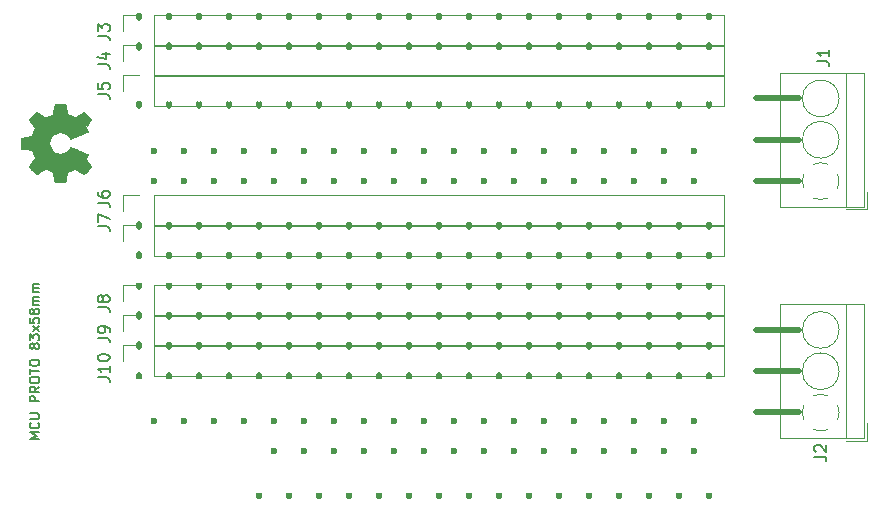
<source format=gbr>
G04 #@! TF.GenerationSoftware,KiCad,Pcbnew,5.1.5+dfsg1-2build2*
G04 #@! TF.CreationDate,2022-02-15T22:10:23-05:00*
G04 #@! TF.ProjectId,MCU_PROTO_83x58mm,4d43555f-5052-44f5-944f-5f3833783538,rev?*
G04 #@! TF.SameCoordinates,Original*
G04 #@! TF.FileFunction,Legend,Top*
G04 #@! TF.FilePolarity,Positive*
%FSLAX46Y46*%
G04 Gerber Fmt 4.6, Leading zero omitted, Abs format (unit mm)*
G04 Created by KiCad (PCBNEW 5.1.5+dfsg1-2build2) date 2022-02-15 22:10:23*
%MOMM*%
%LPD*%
G04 APERTURE LIST*
%ADD10C,0.500000*%
%ADD11C,0.150000*%
%ADD12C,0.120000*%
%ADD13C,0.010000*%
%ADD14O,1.802000X1.802000*%
%ADD15R,1.802000X1.802000*%
%ADD16C,2.102000*%
%ADD17C,2.502000*%
%ADD18R,2.502000X2.502000*%
%ADD19C,3.102000*%
%ADD20C,2.100980*%
G04 APERTURE END LIST*
D10*
X157853000Y-115610000D02*
X157637100Y-115610000D01*
X155313000Y-115610000D02*
X155097100Y-115610000D01*
X152773000Y-115610000D02*
X152557100Y-115610000D01*
X150233000Y-115610000D02*
X150017100Y-115610000D01*
X147693000Y-115610000D02*
X147477100Y-115610000D01*
X145153000Y-115610000D02*
X144937100Y-115610000D01*
X142613000Y-115610000D02*
X142397100Y-115610000D01*
X140073000Y-115610000D02*
X139857100Y-115610000D01*
X137533000Y-115610000D02*
X137317100Y-115610000D01*
X134993000Y-115610000D02*
X134777100Y-115610000D01*
X132453000Y-115610000D02*
X132237100Y-115610000D01*
X129913000Y-115610000D02*
X129697100Y-115610000D01*
X127373000Y-115610000D02*
X127157100Y-115610000D01*
X124833000Y-115610000D02*
X124617100Y-115610000D01*
X122293000Y-115610000D02*
X122077100Y-115610000D01*
X119753000Y-115610000D02*
X119537100Y-115610000D01*
X117213000Y-115610000D02*
X116997100Y-115610000D01*
X114673000Y-115610000D02*
X114457100Y-115610000D01*
X112133000Y-115610000D02*
X111917100Y-115610000D01*
X159005400Y-111620300D02*
X159005400Y-111836200D01*
X156465400Y-111620300D02*
X156465400Y-111836200D01*
X153925400Y-111620300D02*
X153925400Y-111836200D01*
X151385400Y-111620300D02*
X151385400Y-111836200D01*
X148845400Y-111620300D02*
X148845400Y-111836200D01*
X146305400Y-111620300D02*
X146305400Y-111836200D01*
X143765400Y-111620300D02*
X143765400Y-111836200D01*
X141225400Y-111620300D02*
X141225400Y-111836200D01*
X138685400Y-111620300D02*
X138685400Y-111836200D01*
X136145400Y-111620300D02*
X136145400Y-111836200D01*
X133605400Y-111620300D02*
X133605400Y-111836200D01*
X131065400Y-111620300D02*
X131065400Y-111836200D01*
X128525400Y-111620300D02*
X128525400Y-111836200D01*
X125985400Y-111620300D02*
X125985400Y-111836200D01*
X123445400Y-111620300D02*
X123445400Y-111836200D01*
X120905400Y-111620300D02*
X120905400Y-111836200D01*
X118365400Y-111620300D02*
X118365400Y-111836200D01*
X115825400Y-111620300D02*
X115825400Y-111836200D01*
X113285400Y-111620300D02*
X113285400Y-111836200D01*
X110745400Y-111620300D02*
X110745400Y-111836200D01*
X159005400Y-131997400D02*
X159005400Y-132213300D01*
X156465400Y-131997400D02*
X156465400Y-132213300D01*
X153925400Y-131997400D02*
X153925400Y-132213300D01*
X151385400Y-131997400D02*
X151385400Y-132213300D01*
X148845400Y-131997400D02*
X148845400Y-132213300D01*
X146305400Y-131997400D02*
X146305400Y-132213300D01*
X143765400Y-131997400D02*
X143765400Y-132213300D01*
X141225400Y-131997400D02*
X141225400Y-132213300D01*
X138685400Y-131997400D02*
X138685400Y-132213300D01*
X136145400Y-131997400D02*
X136145400Y-132213300D01*
X133605400Y-131997400D02*
X133605400Y-132213300D01*
X131065400Y-131997400D02*
X131065400Y-132213300D01*
X128525400Y-131997400D02*
X128525400Y-132213300D01*
X125985400Y-131997400D02*
X125985400Y-132213300D01*
X123445400Y-131997400D02*
X123445400Y-132213300D01*
X120905400Y-131997400D02*
X120905400Y-132213300D01*
X118365400Y-131997400D02*
X118365400Y-132213300D01*
X115825400Y-131997400D02*
X115825400Y-132213300D01*
X113285400Y-131997400D02*
X113285400Y-132213300D01*
X110745400Y-131997400D02*
X110745400Y-132213300D01*
X159005400Y-129457400D02*
X159005400Y-129673300D01*
X156465400Y-129457400D02*
X156465400Y-129673300D01*
X153925400Y-129457400D02*
X153925400Y-129673300D01*
X151385400Y-129457400D02*
X151385400Y-129673300D01*
X148845400Y-129457400D02*
X148845400Y-129673300D01*
X146305400Y-129457400D02*
X146305400Y-129673300D01*
X143765400Y-129457400D02*
X143765400Y-129673300D01*
X141225400Y-129457400D02*
X141225400Y-129673300D01*
X138685400Y-129457400D02*
X138685400Y-129673300D01*
X136145400Y-129457400D02*
X136145400Y-129673300D01*
X133605400Y-129457400D02*
X133605400Y-129673300D01*
X131065400Y-129457400D02*
X131065400Y-129673300D01*
X128525400Y-129457400D02*
X128525400Y-129673300D01*
X125985400Y-129457400D02*
X125985400Y-129673300D01*
X123445400Y-129457400D02*
X123445400Y-129673300D01*
X120905400Y-129457400D02*
X120905400Y-129673300D01*
X118365400Y-129457400D02*
X118365400Y-129673300D01*
X115825400Y-129457400D02*
X115825400Y-129673300D01*
X113285400Y-129457400D02*
X113285400Y-129673300D01*
X110745400Y-129457400D02*
X110745400Y-129673300D01*
X159005400Y-126917400D02*
X159005400Y-127133300D01*
X156465400Y-126917400D02*
X156465400Y-127133300D01*
X153925400Y-126917400D02*
X153925400Y-127133300D01*
X151385400Y-126917400D02*
X151385400Y-127133300D01*
X148845400Y-126917400D02*
X148845400Y-127133300D01*
X146305400Y-126917400D02*
X146305400Y-127133300D01*
X143765400Y-126917400D02*
X143765400Y-127133300D01*
X141225400Y-126917400D02*
X141225400Y-127133300D01*
X138685400Y-126917400D02*
X138685400Y-127133300D01*
X136145400Y-126917400D02*
X136145400Y-127133300D01*
X133605400Y-126917400D02*
X133605400Y-127133300D01*
X131065400Y-126917400D02*
X131065400Y-127133300D01*
X128525400Y-126917400D02*
X128525400Y-127133300D01*
X125985400Y-126917400D02*
X125985400Y-127133300D01*
X123445400Y-126917400D02*
X123445400Y-127133300D01*
X120905400Y-126917400D02*
X120905400Y-127133300D01*
X118365400Y-126917400D02*
X118365400Y-127133300D01*
X115825400Y-126917400D02*
X115825400Y-127133300D01*
X113285400Y-126917400D02*
X113285400Y-127133300D01*
X110745400Y-126917400D02*
X110745400Y-127133300D01*
X159005400Y-124377400D02*
X159005400Y-124593300D01*
X156465400Y-124377400D02*
X156465400Y-124593300D01*
X153925400Y-124377400D02*
X153925400Y-124593300D01*
X151385400Y-124377400D02*
X151385400Y-124593300D01*
X148845400Y-124377400D02*
X148845400Y-124593300D01*
X146305400Y-124377400D02*
X146305400Y-124593300D01*
X143765400Y-124377400D02*
X143765400Y-124593300D01*
X141225400Y-124377400D02*
X141225400Y-124593300D01*
X138685400Y-124377400D02*
X138685400Y-124593300D01*
X136145400Y-124377400D02*
X136145400Y-124593300D01*
X133605400Y-124377400D02*
X133605400Y-124593300D01*
X131065400Y-124377400D02*
X131065400Y-124593300D01*
X128525400Y-124377400D02*
X128525400Y-124593300D01*
X125985400Y-124377400D02*
X125985400Y-124593300D01*
X123445400Y-124377400D02*
X123445400Y-124593300D01*
X120905400Y-124377400D02*
X120905400Y-124593300D01*
X118365400Y-124377400D02*
X118365400Y-124593300D01*
X115825400Y-124377400D02*
X115825400Y-124593300D01*
X113285400Y-124377400D02*
X113285400Y-124593300D01*
X110745400Y-124377400D02*
X110745400Y-124593300D01*
X159005400Y-121837400D02*
X159005400Y-122053300D01*
X156465400Y-121837400D02*
X156465400Y-122053300D01*
X153925400Y-121837400D02*
X153925400Y-122053300D01*
X151385400Y-121837400D02*
X151385400Y-122053300D01*
X148845400Y-121837400D02*
X148845400Y-122053300D01*
X146305400Y-121837400D02*
X146305400Y-122053300D01*
X143765400Y-121837400D02*
X143765400Y-122053300D01*
X141225400Y-121837400D02*
X141225400Y-122053300D01*
X138685400Y-121837400D02*
X138685400Y-122053300D01*
X136145400Y-121837400D02*
X136145400Y-122053300D01*
X133605400Y-121837400D02*
X133605400Y-122053300D01*
X131065400Y-121837400D02*
X131065400Y-122053300D01*
X128525400Y-121837400D02*
X128525400Y-122053300D01*
X125985400Y-121837400D02*
X125985400Y-122053300D01*
X123445400Y-121837400D02*
X123445400Y-122053300D01*
X120905400Y-121837400D02*
X120905400Y-122053300D01*
X118365400Y-121837400D02*
X118365400Y-122053300D01*
X115825400Y-121837400D02*
X115825400Y-122053300D01*
X113285400Y-121837400D02*
X113285400Y-122053300D01*
X110745400Y-121837400D02*
X110745400Y-122053300D01*
X157849700Y-118148100D02*
X157633800Y-118148100D01*
X155309700Y-118148100D02*
X155093800Y-118148100D01*
X152769700Y-118148100D02*
X152553800Y-118148100D01*
X150229700Y-118148100D02*
X150013800Y-118148100D01*
X147689700Y-118148100D02*
X147473800Y-118148100D01*
X145149700Y-118148100D02*
X144933800Y-118148100D01*
X142609700Y-118148100D02*
X142393800Y-118148100D01*
X140069700Y-118148100D02*
X139853800Y-118148100D01*
X137529700Y-118148100D02*
X137313800Y-118148100D01*
X134989700Y-118148100D02*
X134773800Y-118148100D01*
X132449700Y-118148100D02*
X132233800Y-118148100D01*
X129909700Y-118148100D02*
X129693800Y-118148100D01*
X127369700Y-118148100D02*
X127153800Y-118148100D01*
X124829700Y-118148100D02*
X124613800Y-118148100D01*
X122289700Y-118148100D02*
X122073800Y-118148100D01*
X119749700Y-118148100D02*
X119533800Y-118148100D01*
X117209700Y-118148100D02*
X116993800Y-118148100D01*
X114669700Y-118148100D02*
X114453800Y-118148100D01*
X112129700Y-118148100D02*
X111913800Y-118148100D01*
X157849700Y-138480800D02*
X157633800Y-138480800D01*
X155309700Y-138480800D02*
X155093800Y-138480800D01*
X152769700Y-138480800D02*
X152553800Y-138480800D01*
X150229700Y-138480800D02*
X150013800Y-138480800D01*
X147689700Y-138480800D02*
X147473800Y-138480800D01*
X145149700Y-138480800D02*
X144933800Y-138480800D01*
X142609700Y-138480800D02*
X142393800Y-138480800D01*
X140069700Y-138480800D02*
X139853800Y-138480800D01*
X137529700Y-138480800D02*
X137313800Y-138480800D01*
X134989700Y-138480800D02*
X134773800Y-138480800D01*
X132449700Y-138480800D02*
X132233800Y-138480800D01*
X129909700Y-138480800D02*
X129693800Y-138480800D01*
X127369700Y-138480800D02*
X127153800Y-138480800D01*
X124829700Y-138480800D02*
X124613800Y-138480800D01*
X122289700Y-138480800D02*
X122073800Y-138480800D01*
X119749700Y-138480800D02*
X119533800Y-138480800D01*
X117209700Y-138480800D02*
X116993800Y-138480800D01*
X114669700Y-138480800D02*
X114453800Y-138480800D01*
X112129700Y-138480800D02*
X111913800Y-138480800D01*
X157849700Y-141008100D02*
X157633800Y-141008100D01*
X155309700Y-141008100D02*
X155093800Y-141008100D01*
X152769700Y-141008100D02*
X152553800Y-141008100D01*
X150229700Y-141008100D02*
X150013800Y-141008100D01*
X147689700Y-141008100D02*
X147473800Y-141008100D01*
X145149700Y-141008100D02*
X144933800Y-141008100D01*
X142609700Y-141008100D02*
X142393800Y-141008100D01*
X140069700Y-141008100D02*
X139853800Y-141008100D01*
X137529700Y-141008100D02*
X137313800Y-141008100D01*
X134989700Y-141008100D02*
X134773800Y-141008100D01*
X132449700Y-141008100D02*
X132233800Y-141008100D01*
X129909700Y-141008100D02*
X129693800Y-141008100D01*
X127369700Y-141008100D02*
X127153800Y-141008100D01*
X124829700Y-141008100D02*
X124613800Y-141008100D01*
X122289700Y-141008100D02*
X122073800Y-141008100D01*
X159018100Y-144716500D02*
X159018100Y-144932400D01*
X156478100Y-144716500D02*
X156478100Y-144932400D01*
X153938100Y-144716500D02*
X153938100Y-144932400D01*
X151398100Y-144716500D02*
X151398100Y-144932400D01*
X148858100Y-144716500D02*
X148858100Y-144932400D01*
X146318100Y-144716500D02*
X146318100Y-144932400D01*
X143778100Y-144716500D02*
X143778100Y-144932400D01*
X141238100Y-144716500D02*
X141238100Y-144932400D01*
X138698100Y-144716500D02*
X138698100Y-144932400D01*
X136158100Y-144716500D02*
X136158100Y-144932400D01*
X133618100Y-144716500D02*
X133618100Y-144932400D01*
X131078100Y-144716500D02*
X131078100Y-144932400D01*
X128538100Y-144716500D02*
X128538100Y-144932400D01*
X125998100Y-144716500D02*
X125998100Y-144932400D01*
X123458100Y-144716500D02*
X123458100Y-144932400D01*
X120918100Y-144716500D02*
X120918100Y-144932400D01*
X159005400Y-134620000D02*
X159005400Y-134835900D01*
X156465400Y-134620000D02*
X156465400Y-134835900D01*
X153925400Y-134620000D02*
X153925400Y-134835900D01*
X151385400Y-134620000D02*
X151385400Y-134835900D01*
X148845400Y-134620000D02*
X148845400Y-134835900D01*
X146305400Y-134620000D02*
X146305400Y-134835900D01*
X143765400Y-134620000D02*
X143765400Y-134835900D01*
X141225400Y-134620000D02*
X141225400Y-134835900D01*
X138685400Y-134620000D02*
X138685400Y-134835900D01*
X136145400Y-134620000D02*
X136145400Y-134835900D01*
X133605400Y-134620000D02*
X133605400Y-134835900D01*
X131065400Y-134620000D02*
X131065400Y-134835900D01*
X128525400Y-134620000D02*
X128525400Y-134835900D01*
X125985400Y-134620000D02*
X125985400Y-134835900D01*
X123445400Y-134620000D02*
X123445400Y-134835900D01*
X120905400Y-134620000D02*
X120905400Y-134835900D01*
X118365400Y-134620000D02*
X118365400Y-134835900D01*
X115825400Y-134620000D02*
X115825400Y-134835900D01*
X113285400Y-134620000D02*
X113285400Y-134835900D01*
X110745400Y-134620000D02*
X110745400Y-134835900D01*
X159005400Y-106692700D02*
X159005400Y-106908600D01*
X156465400Y-106692700D02*
X156465400Y-106908600D01*
X153925400Y-106692700D02*
X153925400Y-106908600D01*
X151385400Y-106692700D02*
X151385400Y-106908600D01*
X148845400Y-106692700D02*
X148845400Y-106908600D01*
X146305400Y-106692700D02*
X146305400Y-106908600D01*
X143765400Y-106692700D02*
X143765400Y-106908600D01*
X141225400Y-106692700D02*
X141225400Y-106908600D01*
X138685400Y-106692700D02*
X138685400Y-106908600D01*
X136145400Y-106692700D02*
X136145400Y-106908600D01*
X133605400Y-106692700D02*
X133605400Y-106908600D01*
X131065400Y-106692700D02*
X131065400Y-106908600D01*
X128525400Y-106692700D02*
X128525400Y-106908600D01*
X125985400Y-106692700D02*
X125985400Y-106908600D01*
X123445400Y-106692700D02*
X123445400Y-106908600D01*
X120905400Y-106692700D02*
X120905400Y-106908600D01*
X118365400Y-106692700D02*
X118365400Y-106908600D01*
X115825400Y-106692700D02*
X115825400Y-106908600D01*
X113285400Y-106692700D02*
X113285400Y-106908600D01*
X110745400Y-106692700D02*
X110745400Y-106908600D01*
X159005400Y-104152700D02*
X159005400Y-104368600D01*
X156465400Y-104152700D02*
X156465400Y-104368600D01*
X153925400Y-104152700D02*
X153925400Y-104368600D01*
X151385400Y-104152700D02*
X151385400Y-104368600D01*
X148845400Y-104152700D02*
X148845400Y-104368600D01*
X146305400Y-104152700D02*
X146305400Y-104368600D01*
X143765400Y-104152700D02*
X143765400Y-104368600D01*
X141225400Y-104152700D02*
X141225400Y-104368600D01*
X138685400Y-104152700D02*
X138685400Y-104368600D01*
X136145400Y-104152700D02*
X136145400Y-104368600D01*
X133605400Y-104152700D02*
X133605400Y-104368600D01*
X131065400Y-104152700D02*
X131065400Y-104368600D01*
X128525400Y-104152700D02*
X128525400Y-104368600D01*
X125985400Y-104152700D02*
X125985400Y-104368600D01*
X123445400Y-104152700D02*
X123445400Y-104368600D01*
X120905400Y-104152700D02*
X120905400Y-104368600D01*
X118365400Y-104152700D02*
X118365400Y-104368600D01*
X115825400Y-104152700D02*
X115825400Y-104368600D01*
X113285400Y-104152700D02*
X113285400Y-104368600D01*
X110745400Y-104152700D02*
X110745400Y-104368600D01*
D11*
X102341004Y-140016680D02*
X101541004Y-140016680D01*
X102112433Y-139750014D01*
X101541004Y-139483347D01*
X102341004Y-139483347D01*
X102264814Y-138645252D02*
X102302909Y-138683347D01*
X102341004Y-138797633D01*
X102341004Y-138873823D01*
X102302909Y-138988109D01*
X102226719Y-139064300D01*
X102150528Y-139102395D01*
X101998147Y-139140490D01*
X101883861Y-139140490D01*
X101731480Y-139102395D01*
X101655290Y-139064300D01*
X101579100Y-138988109D01*
X101541004Y-138873823D01*
X101541004Y-138797633D01*
X101579100Y-138683347D01*
X101617195Y-138645252D01*
X101541004Y-138302395D02*
X102188623Y-138302395D01*
X102264814Y-138264300D01*
X102302909Y-138226204D01*
X102341004Y-138150014D01*
X102341004Y-137997633D01*
X102302909Y-137921442D01*
X102264814Y-137883347D01*
X102188623Y-137845252D01*
X101541004Y-137845252D01*
X102341004Y-136854776D02*
X101541004Y-136854776D01*
X101541004Y-136550014D01*
X101579100Y-136473823D01*
X101617195Y-136435728D01*
X101693385Y-136397633D01*
X101807671Y-136397633D01*
X101883861Y-136435728D01*
X101921957Y-136473823D01*
X101960052Y-136550014D01*
X101960052Y-136854776D01*
X102341004Y-135597633D02*
X101960052Y-135864300D01*
X102341004Y-136054776D02*
X101541004Y-136054776D01*
X101541004Y-135750014D01*
X101579100Y-135673823D01*
X101617195Y-135635728D01*
X101693385Y-135597633D01*
X101807671Y-135597633D01*
X101883861Y-135635728D01*
X101921957Y-135673823D01*
X101960052Y-135750014D01*
X101960052Y-136054776D01*
X101541004Y-135102395D02*
X101541004Y-134950014D01*
X101579100Y-134873823D01*
X101655290Y-134797633D01*
X101807671Y-134759538D01*
X102074338Y-134759538D01*
X102226719Y-134797633D01*
X102302909Y-134873823D01*
X102341004Y-134950014D01*
X102341004Y-135102395D01*
X102302909Y-135178585D01*
X102226719Y-135254776D01*
X102074338Y-135292871D01*
X101807671Y-135292871D01*
X101655290Y-135254776D01*
X101579100Y-135178585D01*
X101541004Y-135102395D01*
X101541004Y-134530966D02*
X101541004Y-134073823D01*
X102341004Y-134302395D02*
X101541004Y-134302395D01*
X101541004Y-133654776D02*
X101541004Y-133502395D01*
X101579100Y-133426204D01*
X101655290Y-133350014D01*
X101807671Y-133311919D01*
X102074338Y-133311919D01*
X102226719Y-133350014D01*
X102302909Y-133426204D01*
X102341004Y-133502395D01*
X102341004Y-133654776D01*
X102302909Y-133730966D01*
X102226719Y-133807157D01*
X102074338Y-133845252D01*
X101807671Y-133845252D01*
X101655290Y-133807157D01*
X101579100Y-133730966D01*
X101541004Y-133654776D01*
X101883861Y-132245252D02*
X101845766Y-132321442D01*
X101807671Y-132359538D01*
X101731480Y-132397633D01*
X101693385Y-132397633D01*
X101617195Y-132359538D01*
X101579100Y-132321442D01*
X101541004Y-132245252D01*
X101541004Y-132092871D01*
X101579100Y-132016680D01*
X101617195Y-131978585D01*
X101693385Y-131940490D01*
X101731480Y-131940490D01*
X101807671Y-131978585D01*
X101845766Y-132016680D01*
X101883861Y-132092871D01*
X101883861Y-132245252D01*
X101921957Y-132321442D01*
X101960052Y-132359538D01*
X102036242Y-132397633D01*
X102188623Y-132397633D01*
X102264814Y-132359538D01*
X102302909Y-132321442D01*
X102341004Y-132245252D01*
X102341004Y-132092871D01*
X102302909Y-132016680D01*
X102264814Y-131978585D01*
X102188623Y-131940490D01*
X102036242Y-131940490D01*
X101960052Y-131978585D01*
X101921957Y-132016680D01*
X101883861Y-132092871D01*
X101541004Y-131673823D02*
X101541004Y-131178585D01*
X101845766Y-131445252D01*
X101845766Y-131330966D01*
X101883861Y-131254776D01*
X101921957Y-131216680D01*
X101998147Y-131178585D01*
X102188623Y-131178585D01*
X102264814Y-131216680D01*
X102302909Y-131254776D01*
X102341004Y-131330966D01*
X102341004Y-131559538D01*
X102302909Y-131635728D01*
X102264814Y-131673823D01*
X102341004Y-130911919D02*
X101807671Y-130492871D01*
X101807671Y-130911919D02*
X102341004Y-130492871D01*
X101541004Y-129807157D02*
X101541004Y-130188109D01*
X101921957Y-130226204D01*
X101883861Y-130188109D01*
X101845766Y-130111919D01*
X101845766Y-129921442D01*
X101883861Y-129845252D01*
X101921957Y-129807157D01*
X101998147Y-129769061D01*
X102188623Y-129769061D01*
X102264814Y-129807157D01*
X102302909Y-129845252D01*
X102341004Y-129921442D01*
X102341004Y-130111919D01*
X102302909Y-130188109D01*
X102264814Y-130226204D01*
X101883861Y-129311919D02*
X101845766Y-129388109D01*
X101807671Y-129426204D01*
X101731480Y-129464300D01*
X101693385Y-129464300D01*
X101617195Y-129426204D01*
X101579100Y-129388109D01*
X101541004Y-129311919D01*
X101541004Y-129159538D01*
X101579100Y-129083347D01*
X101617195Y-129045252D01*
X101693385Y-129007157D01*
X101731480Y-129007157D01*
X101807671Y-129045252D01*
X101845766Y-129083347D01*
X101883861Y-129159538D01*
X101883861Y-129311919D01*
X101921957Y-129388109D01*
X101960052Y-129426204D01*
X102036242Y-129464300D01*
X102188623Y-129464300D01*
X102264814Y-129426204D01*
X102302909Y-129388109D01*
X102341004Y-129311919D01*
X102341004Y-129159538D01*
X102302909Y-129083347D01*
X102264814Y-129045252D01*
X102188623Y-129007157D01*
X102036242Y-129007157D01*
X101960052Y-129045252D01*
X101921957Y-129083347D01*
X101883861Y-129159538D01*
X102341004Y-128664300D02*
X101807671Y-128664300D01*
X101883861Y-128664300D02*
X101845766Y-128626204D01*
X101807671Y-128550014D01*
X101807671Y-128435728D01*
X101845766Y-128359538D01*
X101921957Y-128321442D01*
X102341004Y-128321442D01*
X101921957Y-128321442D02*
X101845766Y-128283347D01*
X101807671Y-128207157D01*
X101807671Y-128092871D01*
X101845766Y-128016680D01*
X101921957Y-127978585D01*
X102341004Y-127978585D01*
X102341004Y-127597633D02*
X101807671Y-127597633D01*
X101883861Y-127597633D02*
X101845766Y-127559538D01*
X101807671Y-127483347D01*
X101807671Y-127369061D01*
X101845766Y-127292871D01*
X101921957Y-127254776D01*
X102341004Y-127254776D01*
X101921957Y-127254776D02*
X101845766Y-127216680D01*
X101807671Y-127140490D01*
X101807671Y-127026204D01*
X101845766Y-126950014D01*
X101921957Y-126911919D01*
X102341004Y-126911919D01*
D10*
X166638100Y-137782300D02*
X163018600Y-137782300D01*
X166638100Y-134289800D02*
X163018600Y-134289800D01*
X166638100Y-130810000D02*
X163018600Y-130810000D01*
X166638100Y-118198900D02*
X163018600Y-118198900D01*
X166638100Y-114693700D02*
X163018600Y-114693700D01*
X166638100Y-111201200D02*
X163018600Y-111201200D01*
D12*
X109430000Y-120690000D02*
X109430000Y-119360000D01*
X109430000Y-119360000D02*
X110760000Y-119360000D01*
X112030000Y-119360000D02*
X160350000Y-119360000D01*
X160350000Y-122020000D02*
X160350000Y-119360000D01*
X112030000Y-122020000D02*
X160350000Y-122020000D01*
X112030000Y-122020000D02*
X112030000Y-119360000D01*
X109430000Y-107990000D02*
X109430000Y-106660000D01*
X109430000Y-106660000D02*
X110760000Y-106660000D01*
X112030000Y-106660000D02*
X160350000Y-106660000D01*
X160350000Y-109320000D02*
X160350000Y-106660000D01*
X112030000Y-109320000D02*
X160350000Y-109320000D01*
X112030000Y-109320000D02*
X112030000Y-106660000D01*
X109430000Y-110530000D02*
X109430000Y-109200000D01*
X109430000Y-109200000D02*
X110760000Y-109200000D01*
X112030000Y-109200000D02*
X160350000Y-109200000D01*
X160350000Y-111860000D02*
X160350000Y-109200000D01*
X112030000Y-111860000D02*
X160350000Y-111860000D01*
X112030000Y-111860000D02*
X112030000Y-109200000D01*
X172400000Y-140200000D02*
X172400000Y-138700000D01*
X170660000Y-140200000D02*
X172400000Y-140200000D01*
X165040000Y-128640000D02*
X172160000Y-128640000D01*
X165040000Y-139960000D02*
X172160000Y-139960000D01*
X172160000Y-139960000D02*
X172160000Y-128640000D01*
X165040000Y-139960000D02*
X165040000Y-128640000D01*
X170600000Y-139960000D02*
X170600000Y-128640000D01*
X170055000Y-130800000D02*
G75*
G03X170055000Y-130800000I-1555000J0D01*
G01*
X170055000Y-134300000D02*
G75*
G03X170055000Y-134300000I-1555000J0D01*
G01*
X170055492Y-137772989D02*
G75*
G02X169932000Y-138408000I-1555492J-27011D01*
G01*
X169107742Y-139232109D02*
G75*
G02X167892000Y-139232000I-607742J1432109D01*
G01*
X167067891Y-138407742D02*
G75*
G02X167068000Y-137192000I1432109J607742D01*
G01*
X167892258Y-136367891D02*
G75*
G02X169108000Y-136368000I607742J-1432109D01*
G01*
X169931385Y-137192413D02*
G75*
G02X170055000Y-137800000I-1431385J-607587D01*
G01*
X109430000Y-133390000D02*
X109430000Y-132060000D01*
X109430000Y-132060000D02*
X110760000Y-132060000D01*
X112030000Y-132060000D02*
X160350000Y-132060000D01*
X160350000Y-134720000D02*
X160350000Y-132060000D01*
X112030000Y-134720000D02*
X160350000Y-134720000D01*
X112030000Y-134720000D02*
X112030000Y-132060000D01*
X109430000Y-130850000D02*
X109430000Y-129520000D01*
X109430000Y-129520000D02*
X110760000Y-129520000D01*
X112030000Y-129520000D02*
X160350000Y-129520000D01*
X160350000Y-132180000D02*
X160350000Y-129520000D01*
X112030000Y-132180000D02*
X160350000Y-132180000D01*
X112030000Y-132180000D02*
X112030000Y-129520000D01*
X109430000Y-128310000D02*
X109430000Y-126980000D01*
X109430000Y-126980000D02*
X110760000Y-126980000D01*
X112030000Y-126980000D02*
X160350000Y-126980000D01*
X160350000Y-129640000D02*
X160350000Y-126980000D01*
X112030000Y-129640000D02*
X160350000Y-129640000D01*
X112030000Y-129640000D02*
X112030000Y-126980000D01*
X109430000Y-105450000D02*
X109430000Y-104120000D01*
X109430000Y-104120000D02*
X110760000Y-104120000D01*
X112030000Y-104120000D02*
X160350000Y-104120000D01*
X160350000Y-106780000D02*
X160350000Y-104120000D01*
X112030000Y-106780000D02*
X160350000Y-106780000D01*
X112030000Y-106780000D02*
X112030000Y-104120000D01*
X109430000Y-123230000D02*
X109430000Y-121900000D01*
X109430000Y-121900000D02*
X110760000Y-121900000D01*
X112030000Y-121900000D02*
X160350000Y-121900000D01*
X160350000Y-124560000D02*
X160350000Y-121900000D01*
X112030000Y-124560000D02*
X160350000Y-124560000D01*
X112030000Y-124560000D02*
X112030000Y-121900000D01*
X172400000Y-120600000D02*
X172400000Y-119100000D01*
X170660000Y-120600000D02*
X172400000Y-120600000D01*
X165040000Y-109040000D02*
X172160000Y-109040000D01*
X165040000Y-120360000D02*
X172160000Y-120360000D01*
X172160000Y-120360000D02*
X172160000Y-109040000D01*
X165040000Y-120360000D02*
X165040000Y-109040000D01*
X170600000Y-120360000D02*
X170600000Y-109040000D01*
X170055000Y-111200000D02*
G75*
G03X170055000Y-111200000I-1555000J0D01*
G01*
X170055000Y-114700000D02*
G75*
G03X170055000Y-114700000I-1555000J0D01*
G01*
X170055492Y-118172989D02*
G75*
G02X169932000Y-118808000I-1555492J-27011D01*
G01*
X169107742Y-119632109D02*
G75*
G02X167892000Y-119632000I-607742J1432109D01*
G01*
X167067891Y-118807742D02*
G75*
G02X167068000Y-117592000I1432109J607742D01*
G01*
X167892258Y-116767891D02*
G75*
G02X169108000Y-116768000I607742J-1432109D01*
G01*
X169931385Y-117592413D02*
G75*
G02X170055000Y-118200000I-1431385J-607587D01*
G01*
D13*
G36*
X101253331Y-114429986D02*
G01*
X101697955Y-114346165D01*
X101825453Y-114036880D01*
X101952951Y-113727594D01*
X101700646Y-113356554D01*
X101630396Y-113252643D01*
X101567672Y-113158713D01*
X101515338Y-113079148D01*
X101476257Y-113018330D01*
X101453293Y-112980643D01*
X101448342Y-112970379D01*
X101461076Y-112951890D01*
X101496282Y-112912380D01*
X101549462Y-112856278D01*
X101616118Y-112788013D01*
X101691754Y-112712014D01*
X101771872Y-112632708D01*
X101851974Y-112554525D01*
X101927564Y-112481893D01*
X101994145Y-112419241D01*
X102047218Y-112370997D01*
X102082287Y-112341590D01*
X102094023Y-112334559D01*
X102115660Y-112344677D01*
X102163062Y-112373041D01*
X102231593Y-112416671D01*
X102316615Y-112472582D01*
X102413493Y-112537794D01*
X102468750Y-112575581D01*
X102569648Y-112644457D01*
X102660699Y-112705660D01*
X102737370Y-112756222D01*
X102795128Y-112793172D01*
X102829443Y-112813542D01*
X102836654Y-112816603D01*
X102857148Y-112809664D01*
X102904913Y-112790749D01*
X102973232Y-112762713D01*
X103055389Y-112728409D01*
X103144670Y-112690691D01*
X103234358Y-112652413D01*
X103317738Y-112616430D01*
X103388094Y-112585594D01*
X103438710Y-112562761D01*
X103462871Y-112550783D01*
X103463822Y-112550076D01*
X103468436Y-112531269D01*
X103478728Y-112481182D01*
X103493687Y-112405007D01*
X103512301Y-112307935D01*
X103533559Y-112195157D01*
X103545818Y-112129358D01*
X103568762Y-112008850D01*
X103590595Y-111900003D01*
X103610122Y-111808324D01*
X103626148Y-111739319D01*
X103637479Y-111698496D01*
X103641074Y-111690289D01*
X103665406Y-111682252D01*
X103720359Y-111675767D01*
X103799508Y-111670830D01*
X103896426Y-111667436D01*
X104004687Y-111665582D01*
X104117865Y-111665262D01*
X104229535Y-111666473D01*
X104333268Y-111669210D01*
X104422641Y-111673469D01*
X104491226Y-111679245D01*
X104532597Y-111686533D01*
X104541210Y-111690905D01*
X104551533Y-111717036D01*
X104566292Y-111772407D01*
X104583752Y-111849693D01*
X104602180Y-111941570D01*
X104608141Y-111973642D01*
X104636466Y-112128276D01*
X104659276Y-112250425D01*
X104677480Y-112344127D01*
X104691983Y-112413416D01*
X104703692Y-112462329D01*
X104713515Y-112494903D01*
X104722356Y-112515172D01*
X104731124Y-112527174D01*
X104732857Y-112528853D01*
X104760771Y-112545616D01*
X104815095Y-112571186D01*
X104889177Y-112603012D01*
X104976365Y-112638540D01*
X105070008Y-112675217D01*
X105163452Y-112710489D01*
X105250047Y-112741804D01*
X105323140Y-112766607D01*
X105376078Y-112782346D01*
X105402211Y-112786468D01*
X105403126Y-112786124D01*
X105424486Y-112772159D01*
X105471484Y-112740478D01*
X105539227Y-112694409D01*
X105622823Y-112637282D01*
X105717382Y-112572427D01*
X105744254Y-112553957D01*
X105841675Y-112488101D01*
X105930563Y-112430150D01*
X106005812Y-112383262D01*
X106062320Y-112350593D01*
X106094981Y-112335300D01*
X106098993Y-112334559D01*
X106120084Y-112347408D01*
X106161864Y-112382912D01*
X106219845Y-112436507D01*
X106289535Y-112503629D01*
X106366445Y-112579713D01*
X106446083Y-112660196D01*
X106523961Y-112740513D01*
X106595586Y-112816101D01*
X106656470Y-112882395D01*
X106702121Y-112934831D01*
X106728050Y-112968845D01*
X106732283Y-112978255D01*
X106722312Y-113000157D01*
X106695420Y-113045000D01*
X106656136Y-113105479D01*
X106624517Y-113152011D01*
X106566498Y-113236325D01*
X106498184Y-113336174D01*
X106429979Y-113436327D01*
X106393475Y-113490173D01*
X106270200Y-113672429D01*
X106352920Y-113825419D01*
X106389159Y-113895118D01*
X106417326Y-113954386D01*
X106433391Y-113994489D01*
X106435626Y-114004697D01*
X106419122Y-114016971D01*
X106372482Y-114041187D01*
X106300009Y-114075537D01*
X106206006Y-114118212D01*
X106094774Y-114167406D01*
X105970615Y-114221310D01*
X105837832Y-114278116D01*
X105700727Y-114336018D01*
X105563602Y-114393207D01*
X105430758Y-114447876D01*
X105306498Y-114498216D01*
X105195125Y-114542420D01*
X105100939Y-114578681D01*
X105028244Y-114605191D01*
X104981341Y-114620142D01*
X104965233Y-114622546D01*
X104944686Y-114603489D01*
X104911333Y-114561764D01*
X104872102Y-114506094D01*
X104868999Y-114501422D01*
X104753823Y-114357536D01*
X104619453Y-114241517D01*
X104470184Y-114154370D01*
X104310313Y-114097101D01*
X104144137Y-114070714D01*
X103975952Y-114076215D01*
X103810055Y-114114610D01*
X103650742Y-114186905D01*
X103615887Y-114208174D01*
X103475137Y-114318804D01*
X103362114Y-114449498D01*
X103277403Y-114595736D01*
X103221594Y-114752992D01*
X103195274Y-114916743D01*
X103199030Y-115082467D01*
X103233450Y-115245638D01*
X103299123Y-115401735D01*
X103396635Y-115546233D01*
X103436213Y-115590931D01*
X103560103Y-115704688D01*
X103690524Y-115787582D01*
X103836715Y-115844444D01*
X103981488Y-115876113D01*
X104144260Y-115883931D01*
X104307840Y-115857862D01*
X104466698Y-115800555D01*
X104615306Y-115714656D01*
X104748135Y-115602814D01*
X104859656Y-115467677D01*
X104871411Y-115449917D01*
X104909908Y-115393650D01*
X104943263Y-115350877D01*
X104964560Y-115330428D01*
X104965233Y-115330131D01*
X104988271Y-115334521D01*
X105040557Y-115351924D01*
X105117790Y-115380532D01*
X105215668Y-115418535D01*
X105329891Y-115464126D01*
X105456158Y-115515497D01*
X105590167Y-115570838D01*
X105727618Y-115628342D01*
X105864208Y-115686199D01*
X105995637Y-115742602D01*
X106117605Y-115795742D01*
X106225809Y-115843810D01*
X106315949Y-115884999D01*
X106383723Y-115917499D01*
X106424830Y-115939503D01*
X106435626Y-115948364D01*
X106427219Y-115975440D01*
X106404672Y-116026103D01*
X106372013Y-116091617D01*
X106352920Y-116127641D01*
X106270200Y-116280632D01*
X106393475Y-116462888D01*
X106456628Y-116555925D01*
X106526127Y-116657785D01*
X106591565Y-116753238D01*
X106624517Y-116801050D01*
X106669673Y-116868295D01*
X106705457Y-116925236D01*
X106727338Y-116964446D01*
X106731963Y-116977181D01*
X106719485Y-116995717D01*
X106684652Y-117036741D01*
X106631078Y-117096275D01*
X106562383Y-117170342D01*
X106482181Y-117254965D01*
X106430686Y-117308485D01*
X106338686Y-117402119D01*
X106256399Y-117483041D01*
X106187345Y-117547977D01*
X106135044Y-117593658D01*
X106103016Y-117616811D01*
X106096516Y-117619032D01*
X106071794Y-117608724D01*
X106021805Y-117580239D01*
X105951612Y-117536737D01*
X105866275Y-117481377D01*
X105770856Y-117417320D01*
X105744254Y-117399103D01*
X105647567Y-117332727D01*
X105560517Y-117273178D01*
X105487995Y-117223784D01*
X105434893Y-117187875D01*
X105406103Y-117168781D01*
X105403126Y-117166936D01*
X105380182Y-117169695D01*
X105329736Y-117184338D01*
X105258441Y-117208313D01*
X105172947Y-117239066D01*
X105079907Y-117274044D01*
X104985974Y-117310693D01*
X104897799Y-117346461D01*
X104822034Y-117378794D01*
X104765331Y-117405138D01*
X104734343Y-117422942D01*
X104732857Y-117424207D01*
X104724001Y-117435094D01*
X104715243Y-117453482D01*
X104705677Y-117483406D01*
X104694396Y-117528903D01*
X104680493Y-117594009D01*
X104663063Y-117682761D01*
X104641198Y-117799193D01*
X104613991Y-117947342D01*
X104608141Y-117979418D01*
X104589774Y-118074486D01*
X104571805Y-118157365D01*
X104555969Y-118220730D01*
X104544000Y-118257258D01*
X104541210Y-118262156D01*
X104516472Y-118270227D01*
X104461190Y-118276787D01*
X104381789Y-118281833D01*
X104284696Y-118285359D01*
X104176338Y-118287361D01*
X104063140Y-118287836D01*
X103951528Y-118286777D01*
X103847929Y-118284182D01*
X103758768Y-118280046D01*
X103690472Y-118274363D01*
X103649466Y-118267131D01*
X103641074Y-118262771D01*
X103632608Y-118238498D01*
X103618835Y-118183226D01*
X103600950Y-118102462D01*
X103580148Y-118001712D01*
X103557623Y-117886483D01*
X103545818Y-117823702D01*
X103523551Y-117704587D01*
X103503379Y-117598365D01*
X103486315Y-117510227D01*
X103473369Y-117445366D01*
X103465555Y-117408974D01*
X103463822Y-117402984D01*
X103444290Y-117392861D01*
X103397243Y-117371462D01*
X103329403Y-117341639D01*
X103247491Y-117306245D01*
X103158228Y-117268132D01*
X103068335Y-117230153D01*
X102984535Y-117195160D01*
X102913547Y-117166006D01*
X102862094Y-117145543D01*
X102836897Y-117136623D01*
X102835796Y-117136457D01*
X102815919Y-117146569D01*
X102770177Y-117174917D01*
X102703117Y-117218523D01*
X102619284Y-117274406D01*
X102523226Y-117339587D01*
X102468050Y-117377479D01*
X102366881Y-117446525D01*
X102275030Y-117507850D01*
X102197144Y-117558463D01*
X102137869Y-117595371D01*
X102101851Y-117615582D01*
X102093777Y-117618501D01*
X102074984Y-117605953D01*
X102034857Y-117571263D01*
X101977893Y-117518863D01*
X101908585Y-117453184D01*
X101831431Y-117378656D01*
X101750925Y-117299713D01*
X101671563Y-117220783D01*
X101597840Y-117146300D01*
X101534252Y-117080694D01*
X101485294Y-117028396D01*
X101455461Y-116993839D01*
X101448342Y-116982278D01*
X101458353Y-116963454D01*
X101486478Y-116918431D01*
X101529854Y-116851587D01*
X101585618Y-116767299D01*
X101650906Y-116669944D01*
X101700646Y-116596507D01*
X101952951Y-116225467D01*
X101697955Y-115606895D01*
X101253331Y-115523075D01*
X100808707Y-115439254D01*
X100808707Y-114513806D01*
X101253331Y-114429986D01*
G37*
X101253331Y-114429986D02*
X101697955Y-114346165D01*
X101825453Y-114036880D01*
X101952951Y-113727594D01*
X101700646Y-113356554D01*
X101630396Y-113252643D01*
X101567672Y-113158713D01*
X101515338Y-113079148D01*
X101476257Y-113018330D01*
X101453293Y-112980643D01*
X101448342Y-112970379D01*
X101461076Y-112951890D01*
X101496282Y-112912380D01*
X101549462Y-112856278D01*
X101616118Y-112788013D01*
X101691754Y-112712014D01*
X101771872Y-112632708D01*
X101851974Y-112554525D01*
X101927564Y-112481893D01*
X101994145Y-112419241D01*
X102047218Y-112370997D01*
X102082287Y-112341590D01*
X102094023Y-112334559D01*
X102115660Y-112344677D01*
X102163062Y-112373041D01*
X102231593Y-112416671D01*
X102316615Y-112472582D01*
X102413493Y-112537794D01*
X102468750Y-112575581D01*
X102569648Y-112644457D01*
X102660699Y-112705660D01*
X102737370Y-112756222D01*
X102795128Y-112793172D01*
X102829443Y-112813542D01*
X102836654Y-112816603D01*
X102857148Y-112809664D01*
X102904913Y-112790749D01*
X102973232Y-112762713D01*
X103055389Y-112728409D01*
X103144670Y-112690691D01*
X103234358Y-112652413D01*
X103317738Y-112616430D01*
X103388094Y-112585594D01*
X103438710Y-112562761D01*
X103462871Y-112550783D01*
X103463822Y-112550076D01*
X103468436Y-112531269D01*
X103478728Y-112481182D01*
X103493687Y-112405007D01*
X103512301Y-112307935D01*
X103533559Y-112195157D01*
X103545818Y-112129358D01*
X103568762Y-112008850D01*
X103590595Y-111900003D01*
X103610122Y-111808324D01*
X103626148Y-111739319D01*
X103637479Y-111698496D01*
X103641074Y-111690289D01*
X103665406Y-111682252D01*
X103720359Y-111675767D01*
X103799508Y-111670830D01*
X103896426Y-111667436D01*
X104004687Y-111665582D01*
X104117865Y-111665262D01*
X104229535Y-111666473D01*
X104333268Y-111669210D01*
X104422641Y-111673469D01*
X104491226Y-111679245D01*
X104532597Y-111686533D01*
X104541210Y-111690905D01*
X104551533Y-111717036D01*
X104566292Y-111772407D01*
X104583752Y-111849693D01*
X104602180Y-111941570D01*
X104608141Y-111973642D01*
X104636466Y-112128276D01*
X104659276Y-112250425D01*
X104677480Y-112344127D01*
X104691983Y-112413416D01*
X104703692Y-112462329D01*
X104713515Y-112494903D01*
X104722356Y-112515172D01*
X104731124Y-112527174D01*
X104732857Y-112528853D01*
X104760771Y-112545616D01*
X104815095Y-112571186D01*
X104889177Y-112603012D01*
X104976365Y-112638540D01*
X105070008Y-112675217D01*
X105163452Y-112710489D01*
X105250047Y-112741804D01*
X105323140Y-112766607D01*
X105376078Y-112782346D01*
X105402211Y-112786468D01*
X105403126Y-112786124D01*
X105424486Y-112772159D01*
X105471484Y-112740478D01*
X105539227Y-112694409D01*
X105622823Y-112637282D01*
X105717382Y-112572427D01*
X105744254Y-112553957D01*
X105841675Y-112488101D01*
X105930563Y-112430150D01*
X106005812Y-112383262D01*
X106062320Y-112350593D01*
X106094981Y-112335300D01*
X106098993Y-112334559D01*
X106120084Y-112347408D01*
X106161864Y-112382912D01*
X106219845Y-112436507D01*
X106289535Y-112503629D01*
X106366445Y-112579713D01*
X106446083Y-112660196D01*
X106523961Y-112740513D01*
X106595586Y-112816101D01*
X106656470Y-112882395D01*
X106702121Y-112934831D01*
X106728050Y-112968845D01*
X106732283Y-112978255D01*
X106722312Y-113000157D01*
X106695420Y-113045000D01*
X106656136Y-113105479D01*
X106624517Y-113152011D01*
X106566498Y-113236325D01*
X106498184Y-113336174D01*
X106429979Y-113436327D01*
X106393475Y-113490173D01*
X106270200Y-113672429D01*
X106352920Y-113825419D01*
X106389159Y-113895118D01*
X106417326Y-113954386D01*
X106433391Y-113994489D01*
X106435626Y-114004697D01*
X106419122Y-114016971D01*
X106372482Y-114041187D01*
X106300009Y-114075537D01*
X106206006Y-114118212D01*
X106094774Y-114167406D01*
X105970615Y-114221310D01*
X105837832Y-114278116D01*
X105700727Y-114336018D01*
X105563602Y-114393207D01*
X105430758Y-114447876D01*
X105306498Y-114498216D01*
X105195125Y-114542420D01*
X105100939Y-114578681D01*
X105028244Y-114605191D01*
X104981341Y-114620142D01*
X104965233Y-114622546D01*
X104944686Y-114603489D01*
X104911333Y-114561764D01*
X104872102Y-114506094D01*
X104868999Y-114501422D01*
X104753823Y-114357536D01*
X104619453Y-114241517D01*
X104470184Y-114154370D01*
X104310313Y-114097101D01*
X104144137Y-114070714D01*
X103975952Y-114076215D01*
X103810055Y-114114610D01*
X103650742Y-114186905D01*
X103615887Y-114208174D01*
X103475137Y-114318804D01*
X103362114Y-114449498D01*
X103277403Y-114595736D01*
X103221594Y-114752992D01*
X103195274Y-114916743D01*
X103199030Y-115082467D01*
X103233450Y-115245638D01*
X103299123Y-115401735D01*
X103396635Y-115546233D01*
X103436213Y-115590931D01*
X103560103Y-115704688D01*
X103690524Y-115787582D01*
X103836715Y-115844444D01*
X103981488Y-115876113D01*
X104144260Y-115883931D01*
X104307840Y-115857862D01*
X104466698Y-115800555D01*
X104615306Y-115714656D01*
X104748135Y-115602814D01*
X104859656Y-115467677D01*
X104871411Y-115449917D01*
X104909908Y-115393650D01*
X104943263Y-115350877D01*
X104964560Y-115330428D01*
X104965233Y-115330131D01*
X104988271Y-115334521D01*
X105040557Y-115351924D01*
X105117790Y-115380532D01*
X105215668Y-115418535D01*
X105329891Y-115464126D01*
X105456158Y-115515497D01*
X105590167Y-115570838D01*
X105727618Y-115628342D01*
X105864208Y-115686199D01*
X105995637Y-115742602D01*
X106117605Y-115795742D01*
X106225809Y-115843810D01*
X106315949Y-115884999D01*
X106383723Y-115917499D01*
X106424830Y-115939503D01*
X106435626Y-115948364D01*
X106427219Y-115975440D01*
X106404672Y-116026103D01*
X106372013Y-116091617D01*
X106352920Y-116127641D01*
X106270200Y-116280632D01*
X106393475Y-116462888D01*
X106456628Y-116555925D01*
X106526127Y-116657785D01*
X106591565Y-116753238D01*
X106624517Y-116801050D01*
X106669673Y-116868295D01*
X106705457Y-116925236D01*
X106727338Y-116964446D01*
X106731963Y-116977181D01*
X106719485Y-116995717D01*
X106684652Y-117036741D01*
X106631078Y-117096275D01*
X106562383Y-117170342D01*
X106482181Y-117254965D01*
X106430686Y-117308485D01*
X106338686Y-117402119D01*
X106256399Y-117483041D01*
X106187345Y-117547977D01*
X106135044Y-117593658D01*
X106103016Y-117616811D01*
X106096516Y-117619032D01*
X106071794Y-117608724D01*
X106021805Y-117580239D01*
X105951612Y-117536737D01*
X105866275Y-117481377D01*
X105770856Y-117417320D01*
X105744254Y-117399103D01*
X105647567Y-117332727D01*
X105560517Y-117273178D01*
X105487995Y-117223784D01*
X105434893Y-117187875D01*
X105406103Y-117168781D01*
X105403126Y-117166936D01*
X105380182Y-117169695D01*
X105329736Y-117184338D01*
X105258441Y-117208313D01*
X105172947Y-117239066D01*
X105079907Y-117274044D01*
X104985974Y-117310693D01*
X104897799Y-117346461D01*
X104822034Y-117378794D01*
X104765331Y-117405138D01*
X104734343Y-117422942D01*
X104732857Y-117424207D01*
X104724001Y-117435094D01*
X104715243Y-117453482D01*
X104705677Y-117483406D01*
X104694396Y-117528903D01*
X104680493Y-117594009D01*
X104663063Y-117682761D01*
X104641198Y-117799193D01*
X104613991Y-117947342D01*
X104608141Y-117979418D01*
X104589774Y-118074486D01*
X104571805Y-118157365D01*
X104555969Y-118220730D01*
X104544000Y-118257258D01*
X104541210Y-118262156D01*
X104516472Y-118270227D01*
X104461190Y-118276787D01*
X104381789Y-118281833D01*
X104284696Y-118285359D01*
X104176338Y-118287361D01*
X104063140Y-118287836D01*
X103951528Y-118286777D01*
X103847929Y-118284182D01*
X103758768Y-118280046D01*
X103690472Y-118274363D01*
X103649466Y-118267131D01*
X103641074Y-118262771D01*
X103632608Y-118238498D01*
X103618835Y-118183226D01*
X103600950Y-118102462D01*
X103580148Y-118001712D01*
X103557623Y-117886483D01*
X103545818Y-117823702D01*
X103523551Y-117704587D01*
X103503379Y-117598365D01*
X103486315Y-117510227D01*
X103473369Y-117445366D01*
X103465555Y-117408974D01*
X103463822Y-117402984D01*
X103444290Y-117392861D01*
X103397243Y-117371462D01*
X103329403Y-117341639D01*
X103247491Y-117306245D01*
X103158228Y-117268132D01*
X103068335Y-117230153D01*
X102984535Y-117195160D01*
X102913547Y-117166006D01*
X102862094Y-117145543D01*
X102836897Y-117136623D01*
X102835796Y-117136457D01*
X102815919Y-117146569D01*
X102770177Y-117174917D01*
X102703117Y-117218523D01*
X102619284Y-117274406D01*
X102523226Y-117339587D01*
X102468050Y-117377479D01*
X102366881Y-117446525D01*
X102275030Y-117507850D01*
X102197144Y-117558463D01*
X102137869Y-117595371D01*
X102101851Y-117615582D01*
X102093777Y-117618501D01*
X102074984Y-117605953D01*
X102034857Y-117571263D01*
X101977893Y-117518863D01*
X101908585Y-117453184D01*
X101831431Y-117378656D01*
X101750925Y-117299713D01*
X101671563Y-117220783D01*
X101597840Y-117146300D01*
X101534252Y-117080694D01*
X101485294Y-117028396D01*
X101455461Y-116993839D01*
X101448342Y-116982278D01*
X101458353Y-116963454D01*
X101486478Y-116918431D01*
X101529854Y-116851587D01*
X101585618Y-116767299D01*
X101650906Y-116669944D01*
X101700646Y-116596507D01*
X101952951Y-116225467D01*
X101697955Y-115606895D01*
X101253331Y-115523075D01*
X100808707Y-115439254D01*
X100808707Y-114513806D01*
X101253331Y-114429986D01*
D11*
X107292780Y-120018133D02*
X108007066Y-120018133D01*
X108149923Y-120065752D01*
X108245161Y-120160990D01*
X108292780Y-120303847D01*
X108292780Y-120399085D01*
X107292780Y-119113371D02*
X107292780Y-119303847D01*
X107340400Y-119399085D01*
X107388019Y-119446704D01*
X107530876Y-119541942D01*
X107721352Y-119589561D01*
X108102304Y-119589561D01*
X108197542Y-119541942D01*
X108245161Y-119494323D01*
X108292780Y-119399085D01*
X108292780Y-119208609D01*
X108245161Y-119113371D01*
X108197542Y-119065752D01*
X108102304Y-119018133D01*
X107864209Y-119018133D01*
X107768971Y-119065752D01*
X107721352Y-119113371D01*
X107673733Y-119208609D01*
X107673733Y-119399085D01*
X107721352Y-119494323D01*
X107768971Y-119541942D01*
X107864209Y-119589561D01*
X107292780Y-108323333D02*
X108007066Y-108323333D01*
X108149923Y-108370952D01*
X108245161Y-108466190D01*
X108292780Y-108609047D01*
X108292780Y-108704285D01*
X107626114Y-107418571D02*
X108292780Y-107418571D01*
X107245161Y-107656666D02*
X107959447Y-107894761D01*
X107959447Y-107275714D01*
X107292780Y-110863333D02*
X108007066Y-110863333D01*
X108149923Y-110910952D01*
X108245161Y-111006190D01*
X108292780Y-111149047D01*
X108292780Y-111244285D01*
X107292780Y-109910952D02*
X107292780Y-110387142D01*
X107768971Y-110434761D01*
X107721352Y-110387142D01*
X107673733Y-110291904D01*
X107673733Y-110053809D01*
X107721352Y-109958571D01*
X107768971Y-109910952D01*
X107864209Y-109863333D01*
X108102304Y-109863333D01*
X108197542Y-109910952D01*
X108245161Y-109958571D01*
X108292780Y-110053809D01*
X108292780Y-110291904D01*
X108245161Y-110387142D01*
X108197542Y-110434761D01*
X167970080Y-141536933D02*
X168684366Y-141536933D01*
X168827223Y-141584552D01*
X168922461Y-141679790D01*
X168970080Y-141822647D01*
X168970080Y-141917885D01*
X168065319Y-141108361D02*
X168017700Y-141060742D01*
X167970080Y-140965504D01*
X167970080Y-140727409D01*
X168017700Y-140632171D01*
X168065319Y-140584552D01*
X168160557Y-140536933D01*
X168255795Y-140536933D01*
X168398652Y-140584552D01*
X168970080Y-141155980D01*
X168970080Y-140536933D01*
X107292780Y-134819923D02*
X108007066Y-134819923D01*
X108149923Y-134867542D01*
X108245161Y-134962780D01*
X108292780Y-135105638D01*
X108292780Y-135200876D01*
X108292780Y-133819923D02*
X108292780Y-134391352D01*
X108292780Y-134105638D02*
X107292780Y-134105638D01*
X107435638Y-134200876D01*
X107530876Y-134296114D01*
X107578495Y-134391352D01*
X107292780Y-133200876D02*
X107292780Y-133105638D01*
X107340400Y-133010400D01*
X107388019Y-132962780D01*
X107483257Y-132915161D01*
X107673733Y-132867542D01*
X107911828Y-132867542D01*
X108102304Y-132915161D01*
X108197542Y-132962780D01*
X108245161Y-133010400D01*
X108292780Y-133105638D01*
X108292780Y-133200876D01*
X108245161Y-133296114D01*
X108197542Y-133343733D01*
X108102304Y-133391352D01*
X107911828Y-133438971D01*
X107673733Y-133438971D01*
X107483257Y-133391352D01*
X107388019Y-133343733D01*
X107340400Y-133296114D01*
X107292780Y-133200876D01*
X107292780Y-131473533D02*
X108007066Y-131473533D01*
X108149923Y-131521152D01*
X108245161Y-131616390D01*
X108292780Y-131759247D01*
X108292780Y-131854485D01*
X108292780Y-130949723D02*
X108292780Y-130759247D01*
X108245161Y-130664009D01*
X108197542Y-130616390D01*
X108054685Y-130521152D01*
X107864209Y-130473533D01*
X107483257Y-130473533D01*
X107388019Y-130521152D01*
X107340400Y-130568771D01*
X107292780Y-130664009D01*
X107292780Y-130854485D01*
X107340400Y-130949723D01*
X107388019Y-130997342D01*
X107483257Y-131044961D01*
X107721352Y-131044961D01*
X107816590Y-130997342D01*
X107864209Y-130949723D01*
X107911828Y-130854485D01*
X107911828Y-130664009D01*
X107864209Y-130568771D01*
X107816590Y-130521152D01*
X107721352Y-130473533D01*
X107292780Y-128882733D02*
X108007066Y-128882733D01*
X108149923Y-128930352D01*
X108245161Y-129025590D01*
X108292780Y-129168447D01*
X108292780Y-129263685D01*
X107721352Y-128263685D02*
X107673733Y-128358923D01*
X107626114Y-128406542D01*
X107530876Y-128454161D01*
X107483257Y-128454161D01*
X107388019Y-128406542D01*
X107340400Y-128358923D01*
X107292780Y-128263685D01*
X107292780Y-128073209D01*
X107340400Y-127977971D01*
X107388019Y-127930352D01*
X107483257Y-127882733D01*
X107530876Y-127882733D01*
X107626114Y-127930352D01*
X107673733Y-127977971D01*
X107721352Y-128073209D01*
X107721352Y-128263685D01*
X107768971Y-128358923D01*
X107816590Y-128406542D01*
X107911828Y-128454161D01*
X108102304Y-128454161D01*
X108197542Y-128406542D01*
X108245161Y-128358923D01*
X108292780Y-128263685D01*
X108292780Y-128073209D01*
X108245161Y-127977971D01*
X108197542Y-127930352D01*
X108102304Y-127882733D01*
X107911828Y-127882733D01*
X107816590Y-127930352D01*
X107768971Y-127977971D01*
X107721352Y-128073209D01*
X107292780Y-105908433D02*
X108007066Y-105908433D01*
X108149923Y-105956052D01*
X108245161Y-106051290D01*
X108292780Y-106194147D01*
X108292780Y-106289385D01*
X107292780Y-105527480D02*
X107292780Y-104908433D01*
X107673733Y-105241766D01*
X107673733Y-105098909D01*
X107721352Y-105003671D01*
X107768971Y-104956052D01*
X107864209Y-104908433D01*
X108102304Y-104908433D01*
X108197542Y-104956052D01*
X108245161Y-105003671D01*
X108292780Y-105098909D01*
X108292780Y-105384623D01*
X108245161Y-105479861D01*
X108197542Y-105527480D01*
X107292780Y-122012033D02*
X108007066Y-122012033D01*
X108149923Y-122059652D01*
X108245161Y-122154890D01*
X108292780Y-122297747D01*
X108292780Y-122392985D01*
X107292780Y-121631080D02*
X107292780Y-120964414D01*
X108292780Y-121392985D01*
X168211380Y-108067433D02*
X168925666Y-108067433D01*
X169068523Y-108115052D01*
X169163761Y-108210290D01*
X169211380Y-108353147D01*
X169211380Y-108448385D01*
X169211380Y-107067433D02*
X169211380Y-107638861D01*
X169211380Y-107353147D02*
X168211380Y-107353147D01*
X168354238Y-107448385D01*
X168449476Y-107543623D01*
X168497095Y-107638861D01*
%LPC*%
D14*
X159020000Y-120690000D03*
X156480000Y-120690000D03*
X153940000Y-120690000D03*
X151400000Y-120690000D03*
X148860000Y-120690000D03*
X146320000Y-120690000D03*
X143780000Y-120690000D03*
X141240000Y-120690000D03*
X138700000Y-120690000D03*
X136160000Y-120690000D03*
X133620000Y-120690000D03*
X131080000Y-120690000D03*
X128540000Y-120690000D03*
X126000000Y-120690000D03*
X123460000Y-120690000D03*
X120920000Y-120690000D03*
X118380000Y-120690000D03*
X115840000Y-120690000D03*
X113300000Y-120690000D03*
D15*
X110760000Y-120690000D03*
D14*
X159020000Y-107990000D03*
X156480000Y-107990000D03*
X153940000Y-107990000D03*
X151400000Y-107990000D03*
X148860000Y-107990000D03*
X146320000Y-107990000D03*
X143780000Y-107990000D03*
X141240000Y-107990000D03*
X138700000Y-107990000D03*
X136160000Y-107990000D03*
X133620000Y-107990000D03*
X131080000Y-107990000D03*
X128540000Y-107990000D03*
X126000000Y-107990000D03*
X123460000Y-107990000D03*
X120920000Y-107990000D03*
X118380000Y-107990000D03*
X115840000Y-107990000D03*
X113300000Y-107990000D03*
D15*
X110760000Y-107990000D03*
D14*
X159020000Y-110530000D03*
X156480000Y-110530000D03*
X153940000Y-110530000D03*
X151400000Y-110530000D03*
X148860000Y-110530000D03*
X146320000Y-110530000D03*
X143780000Y-110530000D03*
X141240000Y-110530000D03*
X138700000Y-110530000D03*
X136160000Y-110530000D03*
X133620000Y-110530000D03*
X131080000Y-110530000D03*
X128540000Y-110530000D03*
X126000000Y-110530000D03*
X123460000Y-110530000D03*
X120920000Y-110530000D03*
X118380000Y-110530000D03*
X115840000Y-110530000D03*
X113300000Y-110530000D03*
D15*
X110760000Y-110530000D03*
D16*
X110760000Y-113070000D03*
D17*
X168500000Y-130800000D03*
X168500000Y-134300000D03*
D18*
X168500000Y-137800000D03*
D16*
X159020000Y-125770000D03*
X156480000Y-125770000D03*
X153940000Y-125770000D03*
X151400000Y-125770000D03*
X148860000Y-125770000D03*
X146320000Y-125770000D03*
X143780000Y-125770000D03*
X141240000Y-125770000D03*
X138700000Y-125770000D03*
X136160000Y-125770000D03*
X133620000Y-125770000D03*
X131080000Y-125770000D03*
X128540000Y-125770000D03*
X126000000Y-125770000D03*
X123460000Y-125770000D03*
X120920000Y-125770000D03*
X118380000Y-125770000D03*
X115840000Y-125770000D03*
X113300000Y-125770000D03*
X110760000Y-125770000D03*
D19*
X112500000Y-144500000D03*
D16*
X159020000Y-143550000D03*
X156480000Y-143550000D03*
X153940000Y-143550000D03*
X151400000Y-143550000D03*
X148860000Y-143550000D03*
X146320000Y-143550000D03*
X143780000Y-143550000D03*
X141240000Y-143550000D03*
X138700000Y-143550000D03*
X136160000Y-143550000D03*
X133620000Y-143550000D03*
X131080000Y-143550000D03*
X128540000Y-143550000D03*
X126000000Y-143550000D03*
X123460000Y-143550000D03*
X120920000Y-143550000D03*
X159020000Y-141010000D03*
X156480000Y-141010000D03*
X153940000Y-141010000D03*
X151400000Y-141010000D03*
X148860000Y-141010000D03*
X146320000Y-141010000D03*
X143780000Y-141010000D03*
X141240000Y-141010000D03*
X138700000Y-141010000D03*
X136160000Y-141010000D03*
X133620000Y-141010000D03*
X131080000Y-141010000D03*
X128540000Y-141010000D03*
X126000000Y-141010000D03*
X123460000Y-141010000D03*
X120920000Y-141010000D03*
X159020000Y-138470000D03*
X156480000Y-138470000D03*
X153940000Y-138470000D03*
X151400000Y-138470000D03*
X148860000Y-138470000D03*
X146320000Y-138470000D03*
X143780000Y-138470000D03*
X141240000Y-138470000D03*
X138700000Y-138470000D03*
X136160000Y-138470000D03*
X133620000Y-138470000D03*
X131080000Y-138470000D03*
X128540000Y-138470000D03*
X126000000Y-138470000D03*
X123460000Y-138470000D03*
X120920000Y-138470000D03*
X118380000Y-138470000D03*
X115840000Y-138470000D03*
X113300000Y-138470000D03*
X110760000Y-138470000D03*
X159020000Y-135930000D03*
X156480000Y-135930000D03*
X153940000Y-135930000D03*
X151400000Y-135930000D03*
X148860000Y-135930000D03*
X146320000Y-135930000D03*
X143780000Y-135930000D03*
X141240000Y-135930000D03*
X138700000Y-135930000D03*
X136160000Y-135930000D03*
X133620000Y-135930000D03*
X131080000Y-135930000D03*
X128540000Y-135930000D03*
X126000000Y-135930000D03*
X123460000Y-135930000D03*
X120920000Y-135930000D03*
X118380000Y-135930000D03*
X115840000Y-135930000D03*
X113300000Y-135930000D03*
X110760000Y-135930000D03*
D19*
X162500000Y-104500000D03*
D16*
X159020000Y-118150000D03*
X156480000Y-118150000D03*
X153940000Y-118150000D03*
X151400000Y-118150000D03*
X148860000Y-118150000D03*
X146320000Y-118150000D03*
X143780000Y-118150000D03*
X141240000Y-118150000D03*
X138700000Y-118150000D03*
X136160000Y-118150000D03*
X133620000Y-118150000D03*
X131080000Y-118150000D03*
X128540000Y-118150000D03*
X126000000Y-118150000D03*
X123460000Y-118150000D03*
X120920000Y-118150000D03*
X118380000Y-118150000D03*
X115840000Y-118150000D03*
X113300000Y-118150000D03*
X110760000Y-118150000D03*
X159020000Y-115610000D03*
X156480000Y-115610000D03*
X153940000Y-115610000D03*
X151400000Y-115610000D03*
X148860000Y-115610000D03*
X146320000Y-115610000D03*
X143780000Y-115610000D03*
X141240000Y-115610000D03*
X138700000Y-115610000D03*
X136160000Y-115610000D03*
X133620000Y-115610000D03*
X131080000Y-115610000D03*
X128540000Y-115610000D03*
X126000000Y-115610000D03*
X123460000Y-115610000D03*
X120920000Y-115610000D03*
X118380000Y-115610000D03*
X115840000Y-115610000D03*
X113300000Y-115610000D03*
X110760000Y-115610000D03*
X159020000Y-113070000D03*
X156480000Y-113070000D03*
X153940000Y-113070000D03*
X151400000Y-113070000D03*
X148860000Y-113070000D03*
X146320000Y-113070000D03*
X143780000Y-113070000D03*
X141240000Y-113070000D03*
X138700000Y-113070000D03*
X136160000Y-113070000D03*
X133620000Y-113070000D03*
X131080000Y-113070000D03*
X128540000Y-113070000D03*
X126000000Y-113070000D03*
X123460000Y-113070000D03*
X120920000Y-113070000D03*
X118380000Y-113070000D03*
X115840000Y-113070000D03*
X113300000Y-113070000D03*
X110760000Y-102910000D03*
X113300000Y-102910000D03*
X115840000Y-102910000D03*
X118380000Y-102910000D03*
X120920000Y-102910000D03*
X123460000Y-102910000D03*
X123460000Y-146090000D03*
X120920000Y-146090000D03*
X159020000Y-146090000D03*
X156480000Y-146090000D03*
X138700000Y-146090000D03*
X146320000Y-146090000D03*
X141240000Y-146090000D03*
X136160000Y-146090000D03*
X133620000Y-146090000D03*
X131080000Y-146090000D03*
X128540000Y-146090000D03*
X126000000Y-146090000D03*
X143780000Y-146090000D03*
X148860000Y-146090000D03*
X153940000Y-146090000D03*
X151400000Y-146090000D03*
D14*
X159020000Y-133390000D03*
X156480000Y-133390000D03*
X153940000Y-133390000D03*
X151400000Y-133390000D03*
X148860000Y-133390000D03*
X146320000Y-133390000D03*
X143780000Y-133390000D03*
X141240000Y-133390000D03*
X138700000Y-133390000D03*
X136160000Y-133390000D03*
X133620000Y-133390000D03*
X131080000Y-133390000D03*
X128540000Y-133390000D03*
X126000000Y-133390000D03*
X123460000Y-133390000D03*
X120920000Y-133390000D03*
X118380000Y-133390000D03*
X115840000Y-133390000D03*
X113300000Y-133390000D03*
D15*
X110760000Y-133390000D03*
D14*
X159020000Y-130850000D03*
X156480000Y-130850000D03*
X153940000Y-130850000D03*
X151400000Y-130850000D03*
X148860000Y-130850000D03*
X146320000Y-130850000D03*
X143780000Y-130850000D03*
X141240000Y-130850000D03*
X138700000Y-130850000D03*
X136160000Y-130850000D03*
X133620000Y-130850000D03*
X131080000Y-130850000D03*
X128540000Y-130850000D03*
X126000000Y-130850000D03*
X123460000Y-130850000D03*
X120920000Y-130850000D03*
X118380000Y-130850000D03*
X115840000Y-130850000D03*
X113300000Y-130850000D03*
D15*
X110760000Y-130850000D03*
D14*
X159020000Y-128310000D03*
X156480000Y-128310000D03*
X153940000Y-128310000D03*
X151400000Y-128310000D03*
X148860000Y-128310000D03*
X146320000Y-128310000D03*
X143780000Y-128310000D03*
X141240000Y-128310000D03*
X138700000Y-128310000D03*
X136160000Y-128310000D03*
X133620000Y-128310000D03*
X131080000Y-128310000D03*
X128540000Y-128310000D03*
X126000000Y-128310000D03*
X123460000Y-128310000D03*
X120920000Y-128310000D03*
X118380000Y-128310000D03*
X115840000Y-128310000D03*
X113300000Y-128310000D03*
D15*
X110760000Y-128310000D03*
D14*
X159020000Y-105450000D03*
X156480000Y-105450000D03*
X153940000Y-105450000D03*
X151400000Y-105450000D03*
X148860000Y-105450000D03*
X146320000Y-105450000D03*
X143780000Y-105450000D03*
X141240000Y-105450000D03*
X138700000Y-105450000D03*
X136160000Y-105450000D03*
X133620000Y-105450000D03*
X131080000Y-105450000D03*
X128540000Y-105450000D03*
X126000000Y-105450000D03*
X123460000Y-105450000D03*
X120920000Y-105450000D03*
X118380000Y-105450000D03*
X115840000Y-105450000D03*
X113300000Y-105450000D03*
D15*
X110760000Y-105450000D03*
D14*
X159020000Y-123230000D03*
X156480000Y-123230000D03*
X153940000Y-123230000D03*
X151400000Y-123230000D03*
X148860000Y-123230000D03*
X146320000Y-123230000D03*
X143780000Y-123230000D03*
X141240000Y-123230000D03*
X138700000Y-123230000D03*
X136160000Y-123230000D03*
X133620000Y-123230000D03*
X131080000Y-123230000D03*
X128540000Y-123230000D03*
X126000000Y-123230000D03*
X123460000Y-123230000D03*
X120920000Y-123230000D03*
X118380000Y-123230000D03*
X115840000Y-123230000D03*
X113300000Y-123230000D03*
D15*
X110760000Y-123230000D03*
D20*
X163100000Y-125770000D03*
X163100000Y-123230000D03*
D16*
X146320000Y-102910000D03*
X159020000Y-102910000D03*
X156480000Y-102910000D03*
X153940000Y-102910000D03*
X151400000Y-102910000D03*
X148860000Y-102910000D03*
D17*
X168500000Y-111200000D03*
X168500000Y-114700000D03*
D18*
X168500000Y-118200000D03*
D16*
X161560000Y-114700000D03*
X161560000Y-137800000D03*
X161560000Y-134300000D03*
X161560000Y-130800000D03*
X161560000Y-118200000D03*
X161560000Y-111200000D03*
X143780000Y-102910000D03*
X141240000Y-102910000D03*
X138700000Y-102910000D03*
X136160000Y-102910000D03*
X133620000Y-102910000D03*
X131080000Y-102910000D03*
X128540000Y-102910000D03*
X126000000Y-102910000D03*
D19*
X162500000Y-144500000D03*
X105500000Y-124500000D03*
X169500000Y-124500000D03*
M02*

</source>
